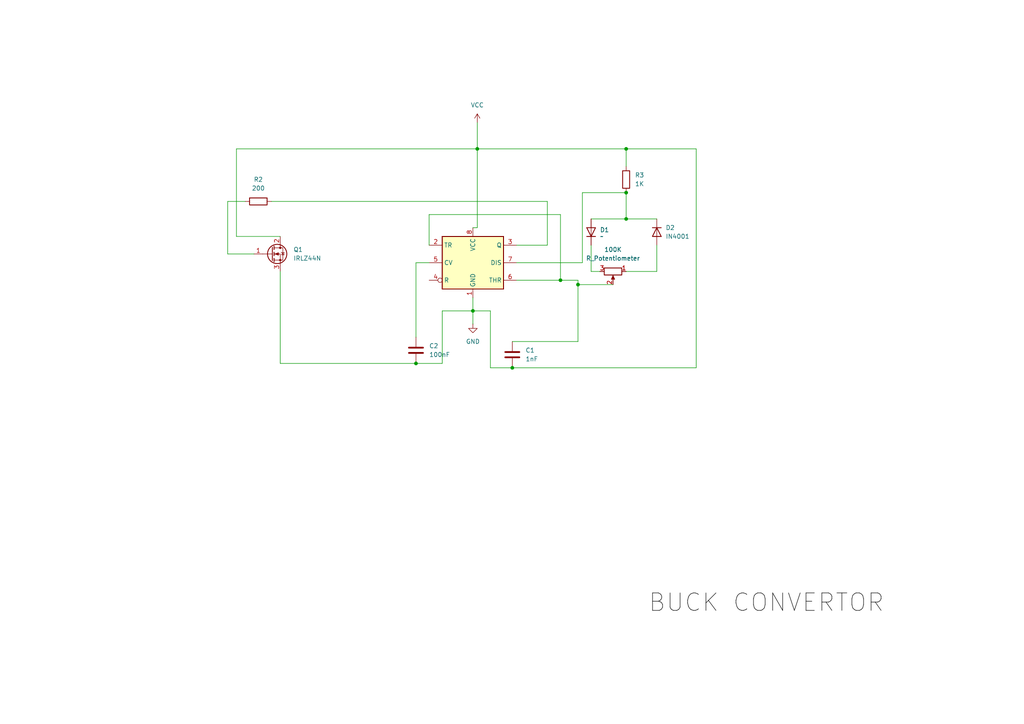
<source format=kicad_sch>
(kicad_sch
	(version 20231120)
	(generator "eeschema")
	(generator_version "8.0")
	(uuid "1633f19f-5273-4dbb-8f7b-81083c37a448")
	(paper "A4")
	(lib_symbols
		(symbol "Device:C"
			(pin_numbers hide)
			(pin_names
				(offset 0.254)
			)
			(exclude_from_sim no)
			(in_bom yes)
			(on_board yes)
			(property "Reference" "C"
				(at 0.635 2.54 0)
				(effects
					(font
						(size 1.27 1.27)
					)
					(justify left)
				)
			)
			(property "Value" "C"
				(at 0.635 -2.54 0)
				(effects
					(font
						(size 1.27 1.27)
					)
					(justify left)
				)
			)
			(property "Footprint" ""
				(at 0.9652 -3.81 0)
				(effects
					(font
						(size 1.27 1.27)
					)
					(hide yes)
				)
			)
			(property "Datasheet" "~"
				(at 0 0 0)
				(effects
					(font
						(size 1.27 1.27)
					)
					(hide yes)
				)
			)
			(property "Description" "Unpolarized capacitor"
				(at 0 0 0)
				(effects
					(font
						(size 1.27 1.27)
					)
					(hide yes)
				)
			)
			(property "ki_keywords" "cap capacitor"
				(at 0 0 0)
				(effects
					(font
						(size 1.27 1.27)
					)
					(hide yes)
				)
			)
			(property "ki_fp_filters" "C_*"
				(at 0 0 0)
				(effects
					(font
						(size 1.27 1.27)
					)
					(hide yes)
				)
			)
			(symbol "C_0_1"
				(polyline
					(pts
						(xy -2.032 -0.762) (xy 2.032 -0.762)
					)
					(stroke
						(width 0.508)
						(type default)
					)
					(fill
						(type none)
					)
				)
				(polyline
					(pts
						(xy -2.032 0.762) (xy 2.032 0.762)
					)
					(stroke
						(width 0.508)
						(type default)
					)
					(fill
						(type none)
					)
				)
			)
			(symbol "C_1_1"
				(pin passive line
					(at 0 3.81 270)
					(length 2.794)
					(name "~"
						(effects
							(font
								(size 1.27 1.27)
							)
						)
					)
					(number "1"
						(effects
							(font
								(size 1.27 1.27)
							)
						)
					)
				)
				(pin passive line
					(at 0 -3.81 90)
					(length 2.794)
					(name "~"
						(effects
							(font
								(size 1.27 1.27)
							)
						)
					)
					(number "2"
						(effects
							(font
								(size 1.27 1.27)
							)
						)
					)
				)
			)
		)
		(symbol "Device:D"
			(pin_numbers hide)
			(pin_names
				(offset 1.016) hide)
			(exclude_from_sim no)
			(in_bom yes)
			(on_board yes)
			(property "Reference" "D"
				(at 0 2.54 0)
				(effects
					(font
						(size 1.27 1.27)
					)
				)
			)
			(property "Value" "D"
				(at 0 -2.54 0)
				(effects
					(font
						(size 1.27 1.27)
					)
				)
			)
			(property "Footprint" ""
				(at 0 0 0)
				(effects
					(font
						(size 1.27 1.27)
					)
					(hide yes)
				)
			)
			(property "Datasheet" "~"
				(at 0 0 0)
				(effects
					(font
						(size 1.27 1.27)
					)
					(hide yes)
				)
			)
			(property "Description" "Diode"
				(at 0 0 0)
				(effects
					(font
						(size 1.27 1.27)
					)
					(hide yes)
				)
			)
			(property "Sim.Device" "D"
				(at 0 0 0)
				(effects
					(font
						(size 1.27 1.27)
					)
					(hide yes)
				)
			)
			(property "Sim.Pins" "1=K 2=A"
				(at 0 0 0)
				(effects
					(font
						(size 1.27 1.27)
					)
					(hide yes)
				)
			)
			(property "ki_keywords" "diode"
				(at 0 0 0)
				(effects
					(font
						(size 1.27 1.27)
					)
					(hide yes)
				)
			)
			(property "ki_fp_filters" "TO-???* *_Diode_* *SingleDiode* D_*"
				(at 0 0 0)
				(effects
					(font
						(size 1.27 1.27)
					)
					(hide yes)
				)
			)
			(symbol "D_0_1"
				(polyline
					(pts
						(xy -1.27 1.27) (xy -1.27 -1.27)
					)
					(stroke
						(width 0.254)
						(type default)
					)
					(fill
						(type none)
					)
				)
				(polyline
					(pts
						(xy 1.27 0) (xy -1.27 0)
					)
					(stroke
						(width 0)
						(type default)
					)
					(fill
						(type none)
					)
				)
				(polyline
					(pts
						(xy 1.27 1.27) (xy 1.27 -1.27) (xy -1.27 0) (xy 1.27 1.27)
					)
					(stroke
						(width 0.254)
						(type default)
					)
					(fill
						(type none)
					)
				)
			)
			(symbol "D_1_1"
				(pin passive line
					(at -3.81 0 0)
					(length 2.54)
					(name "K"
						(effects
							(font
								(size 1.27 1.27)
							)
						)
					)
					(number "1"
						(effects
							(font
								(size 1.27 1.27)
							)
						)
					)
				)
				(pin passive line
					(at 3.81 0 180)
					(length 2.54)
					(name "A"
						(effects
							(font
								(size 1.27 1.27)
							)
						)
					)
					(number "2"
						(effects
							(font
								(size 1.27 1.27)
							)
						)
					)
				)
			)
		)
		(symbol "Device:R"
			(pin_numbers hide)
			(pin_names
				(offset 0)
			)
			(exclude_from_sim no)
			(in_bom yes)
			(on_board yes)
			(property "Reference" "R"
				(at 2.032 0 90)
				(effects
					(font
						(size 1.27 1.27)
					)
				)
			)
			(property "Value" "R"
				(at 0 0 90)
				(effects
					(font
						(size 1.27 1.27)
					)
				)
			)
			(property "Footprint" ""
				(at -1.778 0 90)
				(effects
					(font
						(size 1.27 1.27)
					)
					(hide yes)
				)
			)
			(property "Datasheet" "~"
				(at 0 0 0)
				(effects
					(font
						(size 1.27 1.27)
					)
					(hide yes)
				)
			)
			(property "Description" "Resistor"
				(at 0 0 0)
				(effects
					(font
						(size 1.27 1.27)
					)
					(hide yes)
				)
			)
			(property "ki_keywords" "R res resistor"
				(at 0 0 0)
				(effects
					(font
						(size 1.27 1.27)
					)
					(hide yes)
				)
			)
			(property "ki_fp_filters" "R_*"
				(at 0 0 0)
				(effects
					(font
						(size 1.27 1.27)
					)
					(hide yes)
				)
			)
			(symbol "R_0_1"
				(rectangle
					(start -1.016 -2.54)
					(end 1.016 2.54)
					(stroke
						(width 0.254)
						(type default)
					)
					(fill
						(type none)
					)
				)
			)
			(symbol "R_1_1"
				(pin passive line
					(at 0 3.81 270)
					(length 1.27)
					(name "~"
						(effects
							(font
								(size 1.27 1.27)
							)
						)
					)
					(number "1"
						(effects
							(font
								(size 1.27 1.27)
							)
						)
					)
				)
				(pin passive line
					(at 0 -3.81 90)
					(length 1.27)
					(name "~"
						(effects
							(font
								(size 1.27 1.27)
							)
						)
					)
					(number "2"
						(effects
							(font
								(size 1.27 1.27)
							)
						)
					)
				)
			)
		)
		(symbol "Device:R_Potentiometer"
			(pin_names
				(offset 1.016) hide)
			(exclude_from_sim no)
			(in_bom yes)
			(on_board yes)
			(property "Reference" "RV"
				(at -4.445 0 90)
				(effects
					(font
						(size 1.27 1.27)
					)
				)
			)
			(property "Value" "R_Potentiometer"
				(at -2.54 0 90)
				(effects
					(font
						(size 1.27 1.27)
					)
				)
			)
			(property "Footprint" ""
				(at 0 0 0)
				(effects
					(font
						(size 1.27 1.27)
					)
					(hide yes)
				)
			)
			(property "Datasheet" "~"
				(at 0 0 0)
				(effects
					(font
						(size 1.27 1.27)
					)
					(hide yes)
				)
			)
			(property "Description" "Potentiometer"
				(at 0 0 0)
				(effects
					(font
						(size 1.27 1.27)
					)
					(hide yes)
				)
			)
			(property "ki_keywords" "resistor variable"
				(at 0 0 0)
				(effects
					(font
						(size 1.27 1.27)
					)
					(hide yes)
				)
			)
			(property "ki_fp_filters" "Potentiometer*"
				(at 0 0 0)
				(effects
					(font
						(size 1.27 1.27)
					)
					(hide yes)
				)
			)
			(symbol "R_Potentiometer_0_1"
				(polyline
					(pts
						(xy 2.54 0) (xy 1.524 0)
					)
					(stroke
						(width 0)
						(type default)
					)
					(fill
						(type none)
					)
				)
				(polyline
					(pts
						(xy 1.143 0) (xy 2.286 0.508) (xy 2.286 -0.508) (xy 1.143 0)
					)
					(stroke
						(width 0)
						(type default)
					)
					(fill
						(type outline)
					)
				)
				(rectangle
					(start 1.016 2.54)
					(end -1.016 -2.54)
					(stroke
						(width 0.254)
						(type default)
					)
					(fill
						(type none)
					)
				)
			)
			(symbol "R_Potentiometer_1_1"
				(pin passive line
					(at 0 3.81 270)
					(length 1.27)
					(name "1"
						(effects
							(font
								(size 1.27 1.27)
							)
						)
					)
					(number "1"
						(effects
							(font
								(size 1.27 1.27)
							)
						)
					)
				)
				(pin passive line
					(at 3.81 0 180)
					(length 1.27)
					(name "2"
						(effects
							(font
								(size 1.27 1.27)
							)
						)
					)
					(number "2"
						(effects
							(font
								(size 1.27 1.27)
							)
						)
					)
				)
				(pin passive line
					(at 0 -3.81 90)
					(length 1.27)
					(name "3"
						(effects
							(font
								(size 1.27 1.27)
							)
						)
					)
					(number "3"
						(effects
							(font
								(size 1.27 1.27)
							)
						)
					)
				)
			)
		)
		(symbol "Timer:NE555D"
			(exclude_from_sim no)
			(in_bom yes)
			(on_board yes)
			(property "Reference" "U"
				(at -10.16 8.89 0)
				(effects
					(font
						(size 1.27 1.27)
					)
					(justify left)
				)
			)
			(property "Value" "NE555D"
				(at 2.54 8.89 0)
				(effects
					(font
						(size 1.27 1.27)
					)
					(justify left)
				)
			)
			(property "Footprint" "Package_SO:SOIC-8_3.9x4.9mm_P1.27mm"
				(at 21.59 -10.16 0)
				(effects
					(font
						(size 1.27 1.27)
					)
					(hide yes)
				)
			)
			(property "Datasheet" "http://www.ti.com/lit/ds/symlink/ne555.pdf"
				(at 21.59 -10.16 0)
				(effects
					(font
						(size 1.27 1.27)
					)
					(hide yes)
				)
			)
			(property "Description" "Precision Timers, 555 compatible, SOIC-8"
				(at 0 0 0)
				(effects
					(font
						(size 1.27 1.27)
					)
					(hide yes)
				)
			)
			(property "ki_keywords" "single timer 555"
				(at 0 0 0)
				(effects
					(font
						(size 1.27 1.27)
					)
					(hide yes)
				)
			)
			(property "ki_fp_filters" "SOIC*3.9x4.9mm*P1.27mm*"
				(at 0 0 0)
				(effects
					(font
						(size 1.27 1.27)
					)
					(hide yes)
				)
			)
			(symbol "NE555D_0_0"
				(pin power_in line
					(at 0 -10.16 90)
					(length 2.54)
					(name "GND"
						(effects
							(font
								(size 1.27 1.27)
							)
						)
					)
					(number "1"
						(effects
							(font
								(size 1.27 1.27)
							)
						)
					)
				)
				(pin power_in line
					(at 0 10.16 270)
					(length 2.54)
					(name "VCC"
						(effects
							(font
								(size 1.27 1.27)
							)
						)
					)
					(number "8"
						(effects
							(font
								(size 1.27 1.27)
							)
						)
					)
				)
			)
			(symbol "NE555D_0_1"
				(rectangle
					(start -8.89 -7.62)
					(end 8.89 7.62)
					(stroke
						(width 0.254)
						(type default)
					)
					(fill
						(type background)
					)
				)
				(rectangle
					(start -8.89 -7.62)
					(end 8.89 7.62)
					(stroke
						(width 0.254)
						(type default)
					)
					(fill
						(type background)
					)
				)
			)
			(symbol "NE555D_1_1"
				(pin input line
					(at -12.7 5.08 0)
					(length 3.81)
					(name "TR"
						(effects
							(font
								(size 1.27 1.27)
							)
						)
					)
					(number "2"
						(effects
							(font
								(size 1.27 1.27)
							)
						)
					)
				)
				(pin output line
					(at 12.7 5.08 180)
					(length 3.81)
					(name "Q"
						(effects
							(font
								(size 1.27 1.27)
							)
						)
					)
					(number "3"
						(effects
							(font
								(size 1.27 1.27)
							)
						)
					)
				)
				(pin input inverted
					(at -12.7 -5.08 0)
					(length 3.81)
					(name "R"
						(effects
							(font
								(size 1.27 1.27)
							)
						)
					)
					(number "4"
						(effects
							(font
								(size 1.27 1.27)
							)
						)
					)
				)
				(pin input line
					(at -12.7 0 0)
					(length 3.81)
					(name "CV"
						(effects
							(font
								(size 1.27 1.27)
							)
						)
					)
					(number "5"
						(effects
							(font
								(size 1.27 1.27)
							)
						)
					)
				)
				(pin input line
					(at 12.7 -5.08 180)
					(length 3.81)
					(name "THR"
						(effects
							(font
								(size 1.27 1.27)
							)
						)
					)
					(number "6"
						(effects
							(font
								(size 1.27 1.27)
							)
						)
					)
				)
				(pin input line
					(at 12.7 0 180)
					(length 3.81)
					(name "DIS"
						(effects
							(font
								(size 1.27 1.27)
							)
						)
					)
					(number "7"
						(effects
							(font
								(size 1.27 1.27)
							)
						)
					)
				)
			)
		)
		(symbol "Transistor_FET:IRLZ44N"
			(pin_names hide)
			(exclude_from_sim no)
			(in_bom yes)
			(on_board yes)
			(property "Reference" "Q"
				(at 5.08 1.905 0)
				(effects
					(font
						(size 1.27 1.27)
					)
					(justify left)
				)
			)
			(property "Value" "IRLZ44N"
				(at 5.08 0 0)
				(effects
					(font
						(size 1.27 1.27)
					)
					(justify left)
				)
			)
			(property "Footprint" "Package_TO_SOT_THT:TO-220-3_Vertical"
				(at 5.08 -1.905 0)
				(effects
					(font
						(size 1.27 1.27)
						(italic yes)
					)
					(justify left)
					(hide yes)
				)
			)
			(property "Datasheet" "http://www.irf.com/product-info/datasheets/data/irlz44n.pdf"
				(at 5.08 -3.81 0)
				(effects
					(font
						(size 1.27 1.27)
					)
					(justify left)
					(hide yes)
				)
			)
			(property "Description" "47A Id, 55V Vds, 22mOhm Rds Single N-Channel HEXFET Power MOSFET, TO-220AB"
				(at 0 0 0)
				(effects
					(font
						(size 1.27 1.27)
					)
					(hide yes)
				)
			)
			(property "ki_keywords" "N-Channel HEXFET MOSFET Logic-Level"
				(at 0 0 0)
				(effects
					(font
						(size 1.27 1.27)
					)
					(hide yes)
				)
			)
			(property "ki_fp_filters" "TO?220*"
				(at 0 0 0)
				(effects
					(font
						(size 1.27 1.27)
					)
					(hide yes)
				)
			)
			(symbol "IRLZ44N_0_1"
				(polyline
					(pts
						(xy 0.254 0) (xy -2.54 0)
					)
					(stroke
						(width 0)
						(type default)
					)
					(fill
						(type none)
					)
				)
				(polyline
					(pts
						(xy 0.254 1.905) (xy 0.254 -1.905)
					)
					(stroke
						(width 0.254)
						(type default)
					)
					(fill
						(type none)
					)
				)
				(polyline
					(pts
						(xy 0.762 -1.27) (xy 0.762 -2.286)
					)
					(stroke
						(width 0.254)
						(type default)
					)
					(fill
						(type none)
					)
				)
				(polyline
					(pts
						(xy 0.762 0.508) (xy 0.762 -0.508)
					)
					(stroke
						(width 0.254)
						(type default)
					)
					(fill
						(type none)
					)
				)
				(polyline
					(pts
						(xy 0.762 2.286) (xy 0.762 1.27)
					)
					(stroke
						(width 0.254)
						(type default)
					)
					(fill
						(type none)
					)
				)
				(polyline
					(pts
						(xy 2.54 2.54) (xy 2.54 1.778)
					)
					(stroke
						(width 0)
						(type default)
					)
					(fill
						(type none)
					)
				)
				(polyline
					(pts
						(xy 2.54 -2.54) (xy 2.54 0) (xy 0.762 0)
					)
					(stroke
						(width 0)
						(type default)
					)
					(fill
						(type none)
					)
				)
				(polyline
					(pts
						(xy 0.762 -1.778) (xy 3.302 -1.778) (xy 3.302 1.778) (xy 0.762 1.778)
					)
					(stroke
						(width 0)
						(type default)
					)
					(fill
						(type none)
					)
				)
				(polyline
					(pts
						(xy 1.016 0) (xy 2.032 0.381) (xy 2.032 -0.381) (xy 1.016 0)
					)
					(stroke
						(width 0)
						(type default)
					)
					(fill
						(type outline)
					)
				)
				(polyline
					(pts
						(xy 2.794 0.508) (xy 2.921 0.381) (xy 3.683 0.381) (xy 3.81 0.254)
					)
					(stroke
						(width 0)
						(type default)
					)
					(fill
						(type none)
					)
				)
				(polyline
					(pts
						(xy 3.302 0.381) (xy 2.921 -0.254) (xy 3.683 -0.254) (xy 3.302 0.381)
					)
					(stroke
						(width 0)
						(type default)
					)
					(fill
						(type none)
					)
				)
				(circle
					(center 1.651 0)
					(radius 2.794)
					(stroke
						(width 0.254)
						(type default)
					)
					(fill
						(type none)
					)
				)
				(circle
					(center 2.54 -1.778)
					(radius 0.254)
					(stroke
						(width 0)
						(type default)
					)
					(fill
						(type outline)
					)
				)
				(circle
					(center 2.54 1.778)
					(radius 0.254)
					(stroke
						(width 0)
						(type default)
					)
					(fill
						(type outline)
					)
				)
			)
			(symbol "IRLZ44N_1_1"
				(pin input line
					(at -5.08 0 0)
					(length 2.54)
					(name "G"
						(effects
							(font
								(size 1.27 1.27)
							)
						)
					)
					(number "1"
						(effects
							(font
								(size 1.27 1.27)
							)
						)
					)
				)
				(pin passive line
					(at 2.54 5.08 270)
					(length 2.54)
					(name "D"
						(effects
							(font
								(size 1.27 1.27)
							)
						)
					)
					(number "2"
						(effects
							(font
								(size 1.27 1.27)
							)
						)
					)
				)
				(pin passive line
					(at 2.54 -5.08 90)
					(length 2.54)
					(name "S"
						(effects
							(font
								(size 1.27 1.27)
							)
						)
					)
					(number "3"
						(effects
							(font
								(size 1.27 1.27)
							)
						)
					)
				)
			)
		)
		(symbol "power:GND"
			(power)
			(pin_numbers hide)
			(pin_names
				(offset 0) hide)
			(exclude_from_sim no)
			(in_bom yes)
			(on_board yes)
			(property "Reference" "#PWR"
				(at 0 -6.35 0)
				(effects
					(font
						(size 1.27 1.27)
					)
					(hide yes)
				)
			)
			(property "Value" "GND"
				(at 0 -3.81 0)
				(effects
					(font
						(size 1.27 1.27)
					)
				)
			)
			(property "Footprint" ""
				(at 0 0 0)
				(effects
					(font
						(size 1.27 1.27)
					)
					(hide yes)
				)
			)
			(property "Datasheet" ""
				(at 0 0 0)
				(effects
					(font
						(size 1.27 1.27)
					)
					(hide yes)
				)
			)
			(property "Description" "Power symbol creates a global label with name \"GND\" , ground"
				(at 0 0 0)
				(effects
					(font
						(size 1.27 1.27)
					)
					(hide yes)
				)
			)
			(property "ki_keywords" "global power"
				(at 0 0 0)
				(effects
					(font
						(size 1.27 1.27)
					)
					(hide yes)
				)
			)
			(symbol "GND_0_1"
				(polyline
					(pts
						(xy 0 0) (xy 0 -1.27) (xy 1.27 -1.27) (xy 0 -2.54) (xy -1.27 -1.27) (xy 0 -1.27)
					)
					(stroke
						(width 0)
						(type default)
					)
					(fill
						(type none)
					)
				)
			)
			(symbol "GND_1_1"
				(pin power_in line
					(at 0 0 270)
					(length 0)
					(name "~"
						(effects
							(font
								(size 1.27 1.27)
							)
						)
					)
					(number "1"
						(effects
							(font
								(size 1.27 1.27)
							)
						)
					)
				)
			)
		)
		(symbol "power:VCC"
			(power)
			(pin_numbers hide)
			(pin_names
				(offset 0) hide)
			(exclude_from_sim no)
			(in_bom yes)
			(on_board yes)
			(property "Reference" "#PWR"
				(at 0 -3.81 0)
				(effects
					(font
						(size 1.27 1.27)
					)
					(hide yes)
				)
			)
			(property "Value" "VCC"
				(at 0 3.556 0)
				(effects
					(font
						(size 1.27 1.27)
					)
				)
			)
			(property "Footprint" ""
				(at 0 0 0)
				(effects
					(font
						(size 1.27 1.27)
					)
					(hide yes)
				)
			)
			(property "Datasheet" ""
				(at 0 0 0)
				(effects
					(font
						(size 1.27 1.27)
					)
					(hide yes)
				)
			)
			(property "Description" "Power symbol creates a global label with name \"VCC\""
				(at 0 0 0)
				(effects
					(font
						(size 1.27 1.27)
					)
					(hide yes)
				)
			)
			(property "ki_keywords" "global power"
				(at 0 0 0)
				(effects
					(font
						(size 1.27 1.27)
					)
					(hide yes)
				)
			)
			(symbol "VCC_0_1"
				(polyline
					(pts
						(xy -0.762 1.27) (xy 0 2.54)
					)
					(stroke
						(width 0)
						(type default)
					)
					(fill
						(type none)
					)
				)
				(polyline
					(pts
						(xy 0 0) (xy 0 2.54)
					)
					(stroke
						(width 0)
						(type default)
					)
					(fill
						(type none)
					)
				)
				(polyline
					(pts
						(xy 0 2.54) (xy 0.762 1.27)
					)
					(stroke
						(width 0)
						(type default)
					)
					(fill
						(type none)
					)
				)
			)
			(symbol "VCC_1_1"
				(pin power_in line
					(at 0 0 90)
					(length 0)
					(name "~"
						(effects
							(font
								(size 1.27 1.27)
							)
						)
					)
					(number "1"
						(effects
							(font
								(size 1.27 1.27)
							)
						)
					)
				)
			)
		)
	)
	(junction
		(at 162.56 81.28)
		(diameter 0)
		(color 0 0 0 0)
		(uuid "05357879-37d3-4051-a8f1-07ab40e62b57")
	)
	(junction
		(at 148.59 106.68)
		(diameter 0)
		(color 0 0 0 0)
		(uuid "0ce2e56a-6454-473c-bdf9-2c0387e04a3d")
	)
	(junction
		(at 181.61 55.88)
		(diameter 0)
		(color 0 0 0 0)
		(uuid "4db04a7d-fa2d-46ac-948f-2975d97f89b0")
	)
	(junction
		(at 120.65 105.41)
		(diameter 0)
		(color 0 0 0 0)
		(uuid "6dbcbee3-0a0a-4631-97b8-2ad4371ababc")
	)
	(junction
		(at 167.64 82.55)
		(diameter 0)
		(color 0 0 0 0)
		(uuid "8354c3eb-50c2-41f5-a8a2-a89c0ddc8b89")
	)
	(junction
		(at 138.43 43.18)
		(diameter 0)
		(color 0 0 0 0)
		(uuid "936a95f2-9776-4501-a42d-9a87778f6076")
	)
	(junction
		(at 181.61 63.5)
		(diameter 0)
		(color 0 0 0 0)
		(uuid "ccb46b78-ca67-4826-9734-ea1fe2176651")
	)
	(junction
		(at 137.16 90.17)
		(diameter 0)
		(color 0 0 0 0)
		(uuid "e0a11b1b-8aa7-4237-a6fd-a7e3347cb390")
	)
	(junction
		(at 181.61 43.18)
		(diameter 0)
		(color 0 0 0 0)
		(uuid "e1387c84-d5e3-4a5d-866c-61d580805db7")
	)
	(wire
		(pts
			(xy 66.04 73.66) (xy 73.66 73.66)
		)
		(stroke
			(width 0)
			(type default)
		)
		(uuid "02941aeb-8902-42a2-87ae-8a4e0de1585b")
	)
	(wire
		(pts
			(xy 120.65 97.79) (xy 120.65 76.2)
		)
		(stroke
			(width 0)
			(type default)
		)
		(uuid "04b76338-cfd5-45b4-a2c3-9697ee31da5c")
	)
	(wire
		(pts
			(xy 138.43 66.04) (xy 137.16 66.04)
		)
		(stroke
			(width 0)
			(type default)
		)
		(uuid "05b93f6d-f9b4-4442-a9d5-2bfda721a5e9")
	)
	(wire
		(pts
			(xy 81.28 105.41) (xy 120.65 105.41)
		)
		(stroke
			(width 0)
			(type default)
		)
		(uuid "07c51464-9f5e-45d7-9eba-cf5b5683ac48")
	)
	(wire
		(pts
			(xy 158.75 71.12) (xy 158.75 58.42)
		)
		(stroke
			(width 0)
			(type default)
		)
		(uuid "14fc2791-1257-46bb-9845-f841bfd4c837")
	)
	(wire
		(pts
			(xy 81.28 78.74) (xy 81.28 105.41)
		)
		(stroke
			(width 0)
			(type default)
		)
		(uuid "1ae77315-316d-49bd-86a4-1310f238892f")
	)
	(wire
		(pts
			(xy 181.61 55.88) (xy 181.61 63.5)
		)
		(stroke
			(width 0)
			(type default)
		)
		(uuid "1d38c087-8999-4c8d-a904-15703ad667c6")
	)
	(wire
		(pts
			(xy 137.16 86.36) (xy 137.16 90.17)
		)
		(stroke
			(width 0)
			(type default)
		)
		(uuid "2904eebb-af98-440d-b0f1-05878a9d8f07")
	)
	(wire
		(pts
			(xy 66.04 58.42) (xy 71.12 58.42)
		)
		(stroke
			(width 0)
			(type default)
		)
		(uuid "2f029bf5-2819-4246-81df-e7c8f0a11c9f")
	)
	(wire
		(pts
			(xy 162.56 81.28) (xy 167.64 81.28)
		)
		(stroke
			(width 0)
			(type default)
		)
		(uuid "305e369f-e8b3-472d-9f1b-3a8d856f02b5")
	)
	(wire
		(pts
			(xy 181.61 63.5) (xy 190.5 63.5)
		)
		(stroke
			(width 0)
			(type default)
		)
		(uuid "31fbfcc1-967b-46f8-9d25-d1a727a9e0e2")
	)
	(wire
		(pts
			(xy 171.45 78.74) (xy 173.99 78.74)
		)
		(stroke
			(width 0)
			(type default)
		)
		(uuid "32bbebb3-7a23-4608-929f-ce392bf92e37")
	)
	(wire
		(pts
			(xy 138.43 43.18) (xy 68.58 43.18)
		)
		(stroke
			(width 0)
			(type default)
		)
		(uuid "34d0f4bd-32c0-47b6-9f17-31e60e32765a")
	)
	(wire
		(pts
			(xy 138.43 35.56) (xy 138.43 43.18)
		)
		(stroke
			(width 0)
			(type default)
		)
		(uuid "3517420e-c612-413d-8c5d-da24cd72b536")
	)
	(wire
		(pts
			(xy 167.64 81.28) (xy 167.64 82.55)
		)
		(stroke
			(width 0)
			(type default)
		)
		(uuid "37ff1373-f930-4e5a-8857-313278751b64")
	)
	(wire
		(pts
			(xy 149.86 71.12) (xy 158.75 71.12)
		)
		(stroke
			(width 0)
			(type default)
		)
		(uuid "381f0309-1e64-4953-9322-b066652af201")
	)
	(wire
		(pts
			(xy 171.45 63.5) (xy 181.61 63.5)
		)
		(stroke
			(width 0)
			(type default)
		)
		(uuid "3c692141-41a1-4201-b23e-78a6c2d99d7b")
	)
	(wire
		(pts
			(xy 162.56 81.28) (xy 162.56 62.23)
		)
		(stroke
			(width 0)
			(type default)
		)
		(uuid "42994c44-3bc4-47d1-a69e-caaf58c214c3")
	)
	(wire
		(pts
			(xy 137.16 90.17) (xy 128.27 90.17)
		)
		(stroke
			(width 0)
			(type default)
		)
		(uuid "4a27a328-9453-4b8e-aac9-95ca899cc62b")
	)
	(wire
		(pts
			(xy 190.5 78.74) (xy 190.5 71.12)
		)
		(stroke
			(width 0)
			(type default)
		)
		(uuid "4d2c55b9-b1aa-4e7f-97d9-155897967768")
	)
	(wire
		(pts
			(xy 181.61 43.18) (xy 181.61 48.26)
		)
		(stroke
			(width 0)
			(type default)
		)
		(uuid "4e5808c0-c1d2-4370-9c13-636d46d58d89")
	)
	(wire
		(pts
			(xy 120.65 76.2) (xy 124.46 76.2)
		)
		(stroke
			(width 0)
			(type default)
		)
		(uuid "52273a71-4d15-4f2a-bde1-1026bd3c4979")
	)
	(wire
		(pts
			(xy 66.04 58.42) (xy 66.04 73.66)
		)
		(stroke
			(width 0)
			(type default)
		)
		(uuid "52391c1a-18e8-48d4-a211-083b0a90a691")
	)
	(wire
		(pts
			(xy 142.24 106.68) (xy 148.59 106.68)
		)
		(stroke
			(width 0)
			(type default)
		)
		(uuid "555d8e10-0cf8-4a0a-ab1a-2cbf4fe8ac41")
	)
	(wire
		(pts
			(xy 149.86 81.28) (xy 162.56 81.28)
		)
		(stroke
			(width 0)
			(type default)
		)
		(uuid "5f575fe8-fcf7-48f4-b96a-1763b294ff4b")
	)
	(wire
		(pts
			(xy 137.16 90.17) (xy 142.24 90.17)
		)
		(stroke
			(width 0)
			(type default)
		)
		(uuid "63b57340-617a-4f65-9b92-b640007a976e")
	)
	(wire
		(pts
			(xy 148.59 106.68) (xy 201.93 106.68)
		)
		(stroke
			(width 0)
			(type default)
		)
		(uuid "67a1eeff-1e02-492d-9c69-1c963fd89b51")
	)
	(wire
		(pts
			(xy 128.27 90.17) (xy 128.27 105.41)
		)
		(stroke
			(width 0)
			(type default)
		)
		(uuid "6ea84447-ed63-4a10-b58f-4caa6055122c")
	)
	(wire
		(pts
			(xy 167.64 82.55) (xy 167.64 99.06)
		)
		(stroke
			(width 0)
			(type default)
		)
		(uuid "88007882-bf1d-4674-b3ba-deccc9c7d43a")
	)
	(wire
		(pts
			(xy 149.86 76.2) (xy 168.91 76.2)
		)
		(stroke
			(width 0)
			(type default)
		)
		(uuid "9abaff41-3087-43ab-9793-a2b0b2ba58e5")
	)
	(wire
		(pts
			(xy 167.64 82.55) (xy 177.8 82.55)
		)
		(stroke
			(width 0)
			(type default)
		)
		(uuid "a222904c-3218-4ef3-b3f4-3d4e6f23b125")
	)
	(wire
		(pts
			(xy 78.74 58.42) (xy 158.75 58.42)
		)
		(stroke
			(width 0)
			(type default)
		)
		(uuid "a54d43d5-5ffa-4f06-8942-eafc24aba574")
	)
	(wire
		(pts
			(xy 201.93 43.18) (xy 181.61 43.18)
		)
		(stroke
			(width 0)
			(type default)
		)
		(uuid "a6d80280-554a-4b61-b4d0-6795ab0c4a84")
	)
	(wire
		(pts
			(xy 181.61 78.74) (xy 190.5 78.74)
		)
		(stroke
			(width 0)
			(type default)
		)
		(uuid "a94fe04e-3437-4869-9e9c-9395dea94865")
	)
	(wire
		(pts
			(xy 128.27 105.41) (xy 120.65 105.41)
		)
		(stroke
			(width 0)
			(type default)
		)
		(uuid "ab14e1e4-993c-46d8-bffd-5e08f0e35f2c")
	)
	(wire
		(pts
			(xy 201.93 106.68) (xy 201.93 43.18)
		)
		(stroke
			(width 0)
			(type default)
		)
		(uuid "b2180d3b-b136-4c52-b526-96227c4dbff1")
	)
	(wire
		(pts
			(xy 168.91 76.2) (xy 168.91 55.88)
		)
		(stroke
			(width 0)
			(type default)
		)
		(uuid "b6008d44-0ae4-4774-a707-9bfc54ff9f0b")
	)
	(wire
		(pts
			(xy 148.59 99.06) (xy 167.64 99.06)
		)
		(stroke
			(width 0)
			(type default)
		)
		(uuid "b6076520-ed42-42e5-be8b-8d548acff1a2")
	)
	(wire
		(pts
			(xy 68.58 68.58) (xy 81.28 68.58)
		)
		(stroke
			(width 0)
			(type default)
		)
		(uuid "b8c6f876-23da-4333-b721-e36512bf9ab9")
	)
	(wire
		(pts
			(xy 171.45 71.12) (xy 171.45 78.74)
		)
		(stroke
			(width 0)
			(type default)
		)
		(uuid "c67e109b-8f48-45d4-b775-f206f31caa75")
	)
	(wire
		(pts
			(xy 181.61 43.18) (xy 138.43 43.18)
		)
		(stroke
			(width 0)
			(type default)
		)
		(uuid "cb16560b-5f1d-4dc2-870c-c67d47e7ac8b")
	)
	(wire
		(pts
			(xy 137.16 90.17) (xy 137.16 93.98)
		)
		(stroke
			(width 0)
			(type default)
		)
		(uuid "d3f7ae2b-e377-40bc-b87e-f1357d7bbcee")
	)
	(wire
		(pts
			(xy 138.43 43.18) (xy 138.43 66.04)
		)
		(stroke
			(width 0)
			(type default)
		)
		(uuid "da747a40-908b-4676-b53f-493e8321b9b1")
	)
	(wire
		(pts
			(xy 68.58 43.18) (xy 68.58 68.58)
		)
		(stroke
			(width 0)
			(type default)
		)
		(uuid "dcba1cc1-d1d0-4e73-9e29-7ee8fd07558a")
	)
	(wire
		(pts
			(xy 124.46 62.23) (xy 124.46 71.12)
		)
		(stroke
			(width 0)
			(type default)
		)
		(uuid "ebccdb41-26ca-4375-8d02-37d98ca5dcbc")
	)
	(wire
		(pts
			(xy 168.91 55.88) (xy 181.61 55.88)
		)
		(stroke
			(width 0)
			(type default)
		)
		(uuid "ec5a67bf-f48e-41bd-b424-1a170584c489")
	)
	(wire
		(pts
			(xy 142.24 90.17) (xy 142.24 106.68)
		)
		(stroke
			(width 0)
			(type default)
		)
		(uuid "f8318d5b-f475-4463-8f30-863797224954")
	)
	(wire
		(pts
			(xy 162.56 62.23) (xy 124.46 62.23)
		)
		(stroke
			(width 0)
			(type default)
		)
		(uuid "f834cbfe-c2b8-4130-b77b-6aca0e965c5f")
	)
	(label "BUCK CONVERTOR"
		(at 187.96 179.07 0)
		(fields_autoplaced yes)
		(effects
			(font
				(size 5.08 5.08)
			)
			(justify left bottom)
		)
		(uuid "ab639157-c446-49d9-888a-678615ec25a4")
	)
	(symbol
		(lib_id "Device:R")
		(at 181.61 52.07 0)
		(unit 1)
		(exclude_from_sim no)
		(in_bom yes)
		(on_board yes)
		(dnp no)
		(fields_autoplaced yes)
		(uuid "83a937e5-d70b-4b05-8c7f-00edb8739362")
		(property "Reference" "R3"
			(at 184.15 50.7999 0)
			(effects
				(font
					(size 1.27 1.27)
				)
				(justify left)
			)
		)
		(property "Value" "1K"
			(at 184.15 53.3399 0)
			(effects
				(font
					(size 1.27 1.27)
				)
				(justify left)
			)
		)
		(property "Footprint" ""
			(at 179.832 52.07 90)
			(effects
				(font
					(size 1.27 1.27)
				)
				(hide yes)
			)
		)
		(property "Datasheet" "~"
			(at 181.61 52.07 0)
			(effects
				(font
					(size 1.27 1.27)
				)
				(hide yes)
			)
		)
		(property "Description" "Resistor"
			(at 181.61 52.07 0)
			(effects
				(font
					(size 1.27 1.27)
				)
				(hide yes)
			)
		)
		(pin "1"
			(uuid "075ef506-525e-42bc-8262-16509b12d508")
		)
		(pin "2"
			(uuid "249507be-e853-49a7-bab1-437b6b37e6e7")
		)
		(instances
			(project ""
				(path "/1633f19f-5273-4dbb-8f7b-81083c37a448"
					(reference "R3")
					(unit 1)
				)
			)
		)
	)
	(symbol
		(lib_id "Device:C")
		(at 148.59 102.87 0)
		(unit 1)
		(exclude_from_sim no)
		(in_bom yes)
		(on_board yes)
		(dnp no)
		(fields_autoplaced yes)
		(uuid "8bd4ba5c-af1c-4d1e-8c6f-37bc37316047")
		(property "Reference" "C1"
			(at 152.4 101.5999 0)
			(effects
				(font
					(size 1.27 1.27)
				)
				(justify left)
			)
		)
		(property "Value" "1nF"
			(at 152.4 104.1399 0)
			(effects
				(font
					(size 1.27 1.27)
				)
				(justify left)
			)
		)
		(property "Footprint" ""
			(at 149.5552 106.68 0)
			(effects
				(font
					(size 1.27 1.27)
				)
				(hide yes)
			)
		)
		(property "Datasheet" "~"
			(at 148.59 102.87 0)
			(effects
				(font
					(size 1.27 1.27)
				)
				(hide yes)
			)
		)
		(property "Description" "Unpolarized capacitor"
			(at 148.59 102.87 0)
			(effects
				(font
					(size 1.27 1.27)
				)
				(hide yes)
			)
		)
		(pin "2"
			(uuid "b79379fa-a61d-428d-8b70-fa9407d9f303")
		)
		(pin "1"
			(uuid "b4a47896-3169-4cf9-96e6-7b51b7623d74")
		)
		(instances
			(project ""
				(path "/1633f19f-5273-4dbb-8f7b-81083c37a448"
					(reference "C1")
					(unit 1)
				)
			)
		)
	)
	(symbol
		(lib_id "Timer:NE555D")
		(at 137.16 76.2 0)
		(unit 1)
		(exclude_from_sim no)
		(in_bom yes)
		(on_board yes)
		(dnp no)
		(fields_autoplaced yes)
		(uuid "9964109b-9b92-45b8-8e2f-ef3ced8b7ab6")
		(property "Reference" "U1"
			(at 139.3541 63.5 0)
			(effects
				(font
					(size 1.27 1.27)
				)
				(justify left)
				(hide yes)
			)
		)
		(property "Value" "NE555D"
			(at 139.3541 66.04 0)
			(effects
				(font
					(size 1.27 1.27)
				)
				(justify left)
				(hide yes)
			)
		)
		(property "Footprint" "Package_SO:SOIC-8_3.9x4.9mm_P1.27mm"
			(at 158.75 86.36 0)
			(effects
				(font
					(size 1.27 1.27)
				)
				(hide yes)
			)
		)
		(property "Datasheet" "http://www.ti.com/lit/ds/symlink/ne555.pdf"
			(at 158.75 86.36 0)
			(effects
				(font
					(size 1.27 1.27)
				)
				(hide yes)
			)
		)
		(property "Description" "Precision Timers, 555 compatible, SOIC-8"
			(at 137.16 76.2 0)
			(effects
				(font
					(size 1.27 1.27)
				)
				(hide yes)
			)
		)
		(pin "7"
			(uuid "a52e2eca-d7ca-4d5c-bd1d-dded9873949f")
		)
		(pin "8"
			(uuid "7a4d6930-bb46-4296-a807-bb7bc51ab0f7")
		)
		(pin "5"
			(uuid "6034adf3-ce96-43b2-ad5b-86e4ba083398")
		)
		(pin "4"
			(uuid "84d58136-f8da-4684-8f3e-7bcc903b44c2")
		)
		(pin "6"
			(uuid "c6dddfe2-6316-4a1f-9d88-3f878beea06f")
		)
		(pin "2"
			(uuid "db59a8a0-ba93-4353-8a6e-c644c3f18035")
		)
		(pin "1"
			(uuid "a7a4c555-009d-46fa-b219-cdce36c2b2c2")
		)
		(pin "3"
			(uuid "b36aa7db-d465-4c0a-a44c-02fab8410e8d")
		)
		(instances
			(project ""
				(path "/1633f19f-5273-4dbb-8f7b-81083c37a448"
					(reference "U1")
					(unit 1)
				)
			)
		)
	)
	(symbol
		(lib_id "Device:R")
		(at 74.93 58.42 90)
		(unit 1)
		(exclude_from_sim no)
		(in_bom yes)
		(on_board yes)
		(dnp no)
		(fields_autoplaced yes)
		(uuid "9d4e692e-6e6f-4759-8f67-a9ebd7d2a4bb")
		(property "Reference" "R2"
			(at 74.93 52.07 90)
			(effects
				(font
					(size 1.27 1.27)
				)
			)
		)
		(property "Value" "200"
			(at 74.93 54.61 90)
			(effects
				(font
					(size 1.27 1.27)
				)
			)
		)
		(property "Footprint" ""
			(at 74.93 60.198 90)
			(effects
				(font
					(size 1.27 1.27)
				)
				(hide yes)
			)
		)
		(property "Datasheet" "~"
			(at 74.93 58.42 0)
			(effects
				(font
					(size 1.27 1.27)
				)
				(hide yes)
			)
		)
		(property "Description" "Resistor"
			(at 74.93 58.42 0)
			(effects
				(font
					(size 1.27 1.27)
				)
				(hide yes)
			)
		)
		(pin "1"
			(uuid "5cf85a6c-2502-465e-b015-57849f2d6c8a")
		)
		(pin "2"
			(uuid "786d9015-97c8-4c6a-b481-018fd793ac2d")
		)
		(instances
			(project ""
				(path "/1633f19f-5273-4dbb-8f7b-81083c37a448"
					(reference "R2")
					(unit 1)
				)
			)
		)
	)
	(symbol
		(lib_id "Device:D")
		(at 171.45 67.31 90)
		(unit 1)
		(exclude_from_sim no)
		(in_bom yes)
		(on_board yes)
		(dnp no)
		(fields_autoplaced yes)
		(uuid "9f774b1a-f399-4071-8395-adb8ab7ef147")
		(property "Reference" "D1"
			(at 173.99 66.6749 90)
			(effects
				(font
					(size 1.27 1.27)
				)
				(justify right)
			)
		)
		(property "Value" "~"
			(at 173.99 68.58 90)
			(effects
				(font
					(size 1.27 1.27)
				)
				(justify right)
			)
		)
		(property "Footprint" ""
			(at 171.45 67.31 0)
			(effects
				(font
					(size 1.27 1.27)
				)
				(hide yes)
			)
		)
		(property "Datasheet" "~"
			(at 171.45 67.31 0)
			(effects
				(font
					(size 1.27 1.27)
				)
				(hide yes)
			)
		)
		(property "Description" "Diode"
			(at 171.45 67.31 0)
			(effects
				(font
					(size 1.27 1.27)
				)
				(hide yes)
			)
		)
		(property "Sim.Device" "D"
			(at 171.45 67.31 0)
			(effects
				(font
					(size 1.27 1.27)
				)
				(hide yes)
			)
		)
		(property "Sim.Pins" "1=K 2=A"
			(at 171.45 67.31 0)
			(effects
				(font
					(size 1.27 1.27)
				)
				(hide yes)
			)
		)
		(pin "2"
			(uuid "e8408a4b-99c1-4cae-baa6-3b232c5b7a69")
		)
		(pin "1"
			(uuid "36036cd7-78d1-4114-afbf-bd8054143e1e")
		)
		(instances
			(project ""
				(path "/1633f19f-5273-4dbb-8f7b-81083c37a448"
					(reference "D1")
					(unit 1)
				)
			)
		)
	)
	(symbol
		(lib_id "power:VCC")
		(at 138.43 35.56 0)
		(unit 1)
		(exclude_from_sim no)
		(in_bom yes)
		(on_board yes)
		(dnp no)
		(fields_autoplaced yes)
		(uuid "a977e62e-9758-45a1-a794-2fa97f7e16dd")
		(property "Reference" "#PWR02"
			(at 138.43 39.37 0)
			(effects
				(font
					(size 1.27 1.27)
				)
				(hide yes)
			)
		)
		(property "Value" "VCC"
			(at 138.43 30.48 0)
			(effects
				(font
					(size 1.27 1.27)
				)
			)
		)
		(property "Footprint" ""
			(at 138.43 35.56 0)
			(effects
				(font
					(size 1.27 1.27)
				)
				(hide yes)
			)
		)
		(property "Datasheet" ""
			(at 138.43 35.56 0)
			(effects
				(font
					(size 1.27 1.27)
				)
				(hide yes)
			)
		)
		(property "Description" "Power symbol creates a global label with name \"VCC\""
			(at 138.43 35.56 0)
			(effects
				(font
					(size 1.27 1.27)
				)
				(hide yes)
			)
		)
		(pin "1"
			(uuid "8e8f2e12-e18d-4ef8-8475-cfba11d813ae")
		)
		(instances
			(project ""
				(path "/1633f19f-5273-4dbb-8f7b-81083c37a448"
					(reference "#PWR02")
					(unit 1)
				)
			)
		)
	)
	(symbol
		(lib_id "Device:R_Potentiometer")
		(at 177.8 78.74 270)
		(unit 1)
		(exclude_from_sim no)
		(in_bom yes)
		(on_board yes)
		(dnp no)
		(fields_autoplaced yes)
		(uuid "bb41de15-afcc-4fa8-b390-91a3f183e3ef")
		(property "Reference" "100K"
			(at 177.8 72.39 90)
			(effects
				(font
					(size 1.27 1.27)
				)
			)
		)
		(property "Value" "R_Potentiometer"
			(at 177.8 74.93 90)
			(effects
				(font
					(size 1.27 1.27)
				)
			)
		)
		(property "Footprint" ""
			(at 177.8 78.74 0)
			(effects
				(font
					(size 1.27 1.27)
				)
				(hide yes)
			)
		)
		(property "Datasheet" "~"
			(at 177.8 78.74 0)
			(effects
				(font
					(size 1.27 1.27)
				)
				(hide yes)
			)
		)
		(property "Description" "Potentiometer"
			(at 177.8 78.74 0)
			(effects
				(font
					(size 1.27 1.27)
				)
				(hide yes)
			)
		)
		(pin "2"
			(uuid "b85f612e-9a3a-4a6d-95d3-d95808c5b8f0")
		)
		(pin "3"
			(uuid "2e928289-1214-4eba-8c85-7ecca9748919")
		)
		(pin "1"
			(uuid "bd0929b0-8929-4fcc-bdf9-63583788fb82")
		)
		(instances
			(project ""
				(path "/1633f19f-5273-4dbb-8f7b-81083c37a448"
					(reference "100K")
					(unit 1)
				)
			)
		)
	)
	(symbol
		(lib_id "Device:D")
		(at 190.5 67.31 270)
		(unit 1)
		(exclude_from_sim no)
		(in_bom yes)
		(on_board yes)
		(dnp no)
		(fields_autoplaced yes)
		(uuid "c6ce80fa-845b-4557-a9fc-6d3a30ae8723")
		(property "Reference" "D2"
			(at 193.04 66.0399 90)
			(effects
				(font
					(size 1.27 1.27)
				)
				(justify left)
			)
		)
		(property "Value" "IN4001"
			(at 193.04 68.5799 90)
			(effects
				(font
					(size 1.27 1.27)
				)
				(justify left)
			)
		)
		(property "Footprint" ""
			(at 190.5 67.31 0)
			(effects
				(font
					(size 1.27 1.27)
				)
				(hide yes)
			)
		)
		(property "Datasheet" "~"
			(at 190.5 67.31 0)
			(effects
				(font
					(size 1.27 1.27)
				)
				(hide yes)
			)
		)
		(property "Description" "Diode"
			(at 190.5 67.31 0)
			(effects
				(font
					(size 1.27 1.27)
				)
				(hide yes)
			)
		)
		(property "Sim.Device" "IN4001"
			(at 190.5 67.31 0)
			(effects
				(font
					(size 1.27 1.27)
				)
				(hide yes)
			)
		)
		(property "Sim.Pins" "1=K 2=A"
			(at 190.5 67.31 0)
			(effects
				(font
					(size 1.27 1.27)
				)
				(hide yes)
			)
		)
		(pin "1"
			(uuid "aa172a75-8e26-4f43-9e7c-dadcd7a37942")
		)
		(pin "2"
			(uuid "fe74303a-7b38-4b08-b050-fecf5cab95d2")
		)
		(instances
			(project ""
				(path "/1633f19f-5273-4dbb-8f7b-81083c37a448"
					(reference "D2")
					(unit 1)
				)
			)
		)
	)
	(symbol
		(lib_id "Transistor_FET:IRLZ44N")
		(at 78.74 73.66 0)
		(unit 1)
		(exclude_from_sim no)
		(in_bom yes)
		(on_board yes)
		(dnp no)
		(fields_autoplaced yes)
		(uuid "d3d15d09-46e1-4149-a0a5-c566872adb8f")
		(property "Reference" "Q1"
			(at 85.09 72.3899 0)
			(effects
				(font
					(size 1.27 1.27)
				)
				(justify left)
			)
		)
		(property "Value" "IRLZ44N"
			(at 85.09 74.9299 0)
			(effects
				(font
					(size 1.27 1.27)
				)
				(justify left)
			)
		)
		(property "Footprint" "Package_TO_SOT_THT:TO-220-3_Vertical"
			(at 83.82 75.565 0)
			(effects
				(font
					(size 1.27 1.27)
					(italic yes)
				)
				(justify left)
				(hide yes)
			)
		)
		(property "Datasheet" "http://www.irf.com/product-info/datasheets/data/irlz44n.pdf"
			(at 83.82 77.47 0)
			(effects
				(font
					(size 1.27 1.27)
				)
				(justify left)
				(hide yes)
			)
		)
		(property "Description" "47A Id, 55V Vds, 22mOhm Rds Single N-Channel HEXFET Power MOSFET, TO-220AB"
			(at 78.74 73.66 0)
			(effects
				(font
					(size 1.27 1.27)
				)
				(hide yes)
			)
		)
		(pin "3"
			(uuid "47fd6af0-c4bf-4578-8a70-c650f85c864d")
		)
		(pin "1"
			(uuid "414e1500-15f4-4f49-adc4-e0130cb98e3f")
		)
		(pin "2"
			(uuid "75be321f-f862-44bd-b41f-2f9261038ae9")
		)
		(instances
			(project ""
				(path "/1633f19f-5273-4dbb-8f7b-81083c37a448"
					(reference "Q1")
					(unit 1)
				)
			)
		)
	)
	(symbol
		(lib_id "power:GND")
		(at 137.16 93.98 0)
		(unit 1)
		(exclude_from_sim no)
		(in_bom yes)
		(on_board yes)
		(dnp no)
		(fields_autoplaced yes)
		(uuid "d8830bb4-fe6a-4b4b-8994-05238b8aa66f")
		(property "Reference" "#PWR01"
			(at 137.16 100.33 0)
			(effects
				(font
					(size 1.27 1.27)
				)
				(hide yes)
			)
		)
		(property "Value" "GND"
			(at 137.16 99.06 0)
			(effects
				(font
					(size 1.27 1.27)
				)
			)
		)
		(property "Footprint" ""
			(at 137.16 93.98 0)
			(effects
				(font
					(size 1.27 1.27)
				)
				(hide yes)
			)
		)
		(property "Datasheet" ""
			(at 137.16 93.98 0)
			(effects
				(font
					(size 1.27 1.27)
				)
				(hide yes)
			)
		)
		(property "Description" "Power symbol creates a global label with name \"GND\" , ground"
			(at 137.16 93.98 0)
			(effects
				(font
					(size 1.27 1.27)
				)
				(hide yes)
			)
		)
		(pin "1"
			(uuid "eb05cb1a-c46f-4c90-b810-7229eff7d315")
		)
		(instances
			(project ""
				(path "/1633f19f-5273-4dbb-8f7b-81083c37a448"
					(reference "#PWR01")
					(unit 1)
				)
			)
		)
	)
	(symbol
		(lib_id "Device:C")
		(at 120.65 101.6 0)
		(unit 1)
		(exclude_from_sim no)
		(in_bom yes)
		(on_board yes)
		(dnp no)
		(fields_autoplaced yes)
		(uuid "dac5a3a8-1bde-4f19-9c60-e8ceaaf483b6")
		(property "Reference" "C2"
			(at 124.46 100.3299 0)
			(effects
				(font
					(size 1.27 1.27)
				)
				(justify left)
			)
		)
		(property "Value" "100nF"
			(at 124.46 102.8699 0)
			(effects
				(font
					(size 1.27 1.27)
				)
				(justify left)
			)
		)
		(property "Footprint" ""
			(at 121.6152 105.41 0)
			(effects
				(font
					(size 1.27 1.27)
				)
				(hide yes)
			)
		)
		(property "Datasheet" "~"
			(at 120.65 101.6 0)
			(effects
				(font
					(size 1.27 1.27)
				)
				(hide yes)
			)
		)
		(property "Description" "Unpolarized capacitor"
			(at 120.65 101.6 0)
			(effects
				(font
					(size 1.27 1.27)
				)
				(hide yes)
			)
		)
		(pin "1"
			(uuid "6b7b50e0-bec2-4373-a052-806e4f75a53b")
		)
		(pin "2"
			(uuid "705048dd-d4cd-4d6b-841a-b2c609b635fc")
		)
		(instances
			(project ""
				(path "/1633f19f-5273-4dbb-8f7b-81083c37a448"
					(reference "C2")
					(unit 1)
				)
			)
		)
	)
	(sheet_instances
		(path "/"
			(page "1")
		)
	)
)

</source>
